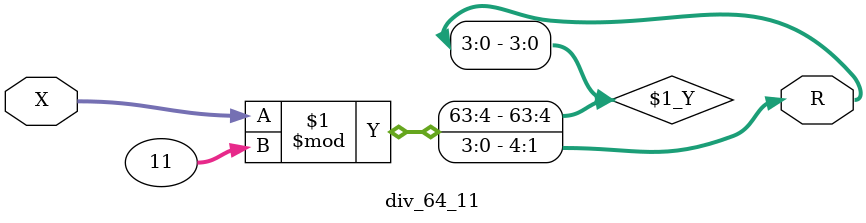
<source format=v>
module div_64_11 ( X, R);//, R);


input  [64:1] X;
//output [61:1] Q; 
output [4:1] R;

//assign Q = X / 11;

assign R = X % 11;


endmodule

</source>
